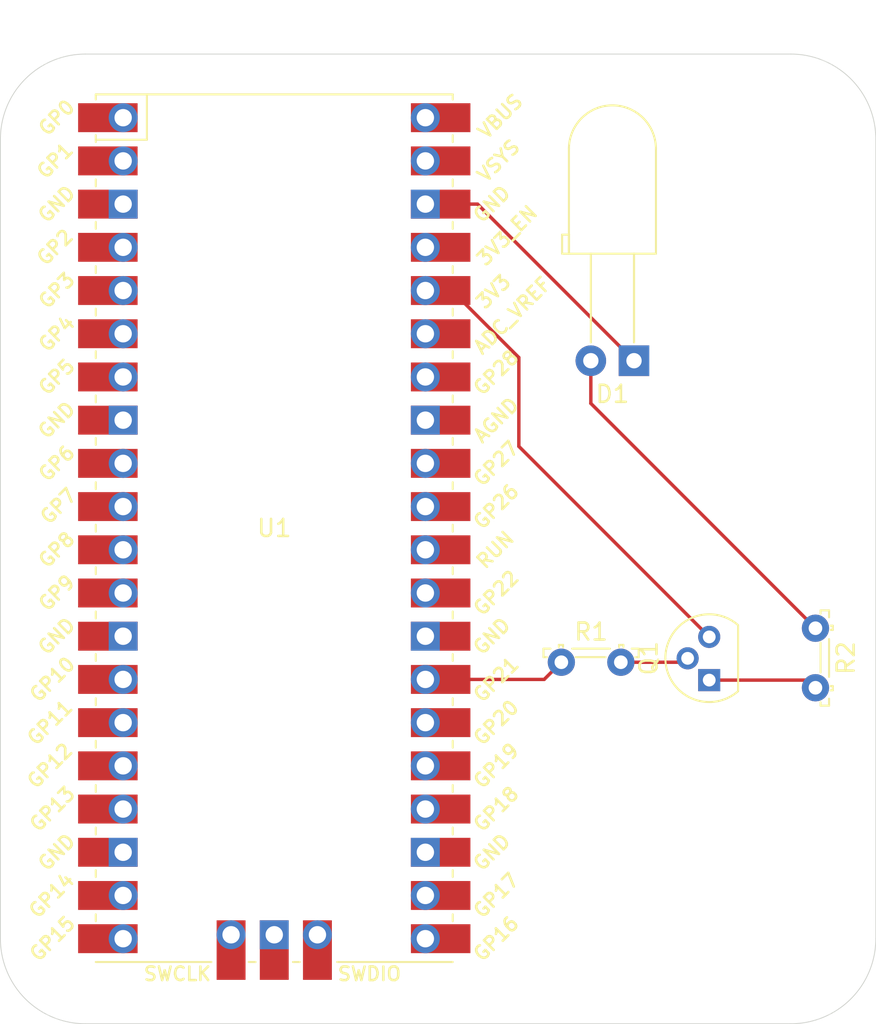
<source format=kicad_pcb>
(kicad_pcb (version 20240108) (generator "pcbnew") (generator_version "8.0")
  (layers (0 "F.Cu" signal) (31 "B.Cu" signal) (34 "B.Paste" user) (35 "F.Paste" user) (36 "B.SilkS" user "B.Silkscreen") (37 "F.SilkS" user "F.Silkscreen") (38 "B.Mask" user) (39 "F.Mask" user) (44 "Edge.Cuts" user))
  (net 0 "")
  (net 1 "Net-(D1-K)")
  (net 2 "Net-(D1-A)")
  (net 3 "Net-(Q1-B)")
  (net 4 "Net-(U1-GPIO21)")
  (net 44 "Net-(Q1-E)")
  (net 46 "Net-(Q1-C)")
  (footprint "MCU_RaspberryPi_and_Boards:RPi_Pico_SMD_TH" (layer "F.Cu") (at 104.61 124.87)
    (property "Reference" "U1" (at 0 0 0) (layer "F.SilkS"))
    (property "Value" "Pico")
    (fp_line (start -10.5 -25.5) (end -10.5 -25.2) (stroke (width 0.12)) (layer "F.SilkS"))
    (fp_line (start -10.5 -25.5) (end 10.5 -25.5) (stroke (width 0.12)) (layer "F.SilkS"))
    (fp_line (start -10.5 -23.1) (end -10.5 -22.7) (stroke (width 0.12)) (layer "F.SilkS"))
    (fp_line (start -10.5 -22.833) (end -7.493 -22.833) (stroke (width 0.12)) (layer "F.SilkS"))
    (fp_line (start -10.5 -20.5) (end -10.5 -20.1) (stroke (width 0.12)) (layer "F.SilkS"))
    (fp_line (start -10.5 -18) (end -10.5 -17.6) (stroke (width 0.12)) (layer "F.SilkS"))
    (fp_line (start -10.5 -15.4) (end -10.5 -15) (stroke (width 0.12)) (layer "F.SilkS"))
    (fp_line (start -10.5 -12.9) (end -10.5 -12.5) (stroke (width 0.12)) (layer "F.SilkS"))
    (fp_line (start -10.5 -10.4) (end -10.5 -10) (stroke (width 0.12)) (layer "F.SilkS"))
    (fp_line (start -10.5 -7.8) (end -10.5 -7.4) (stroke (width 0.12)) (layer "F.SilkS"))
    (fp_line (start -10.5 -5.3) (end -10.5 -4.9) (stroke (width 0.12)) (layer "F.SilkS"))
    (fp_line (start -10.5 -2.7) (end -10.5 -2.3) (stroke (width 0.12)) (layer "F.SilkS"))
    (fp_line (start -10.5 -0.2) (end -10.5 0.2) (stroke (width 0.12)) (layer "F.SilkS"))
    (fp_line (start -10.5 2.3) (end -10.5 2.7) (stroke (width 0.12)) (layer "F.SilkS"))
    (fp_line (start -10.5 4.9) (end -10.5 5.3) (stroke (width 0.12)) (layer "F.SilkS"))
    (fp_line (start -10.5 7.4) (end -10.5 7.8) (stroke (width 0.12)) (layer "F.SilkS"))
    (fp_line (start -10.5 10) (end -10.5 10.4) (stroke (width 0.12)) (layer "F.SilkS"))
    (fp_line (start -10.5 12.5) (end -10.5 12.9) (stroke (width 0.12)) (layer "F.SilkS"))
    (fp_line (start -10.5 15.1) (end -10.5 15.5) (stroke (width 0.12)) (layer "F.SilkS"))
    (fp_line (start -10.5 17.6) (end -10.5 18) (stroke (width 0.12)) (layer "F.SilkS"))
    (fp_line (start -10.5 20.1) (end -10.5 20.5) (stroke (width 0.12)) (layer "F.SilkS"))
    (fp_line (start -10.5 22.7) (end -10.5 23.1) (stroke (width 0.12)) (layer "F.SilkS"))
    (fp_line (start -7.493 -22.833) (end -7.493 -25.5) (stroke (width 0.12)) (layer "F.SilkS"))
    (fp_line (start -3.7 25.5) (end -10.5 25.5) (stroke (width 0.12)) (layer "F.SilkS"))
    (fp_line (start -1.5 25.5) (end -1.1 25.5) (stroke (width 0.12)) (layer "F.SilkS"))
    (fp_line (start 1.1 25.5) (end 1.5 25.5) (stroke (width 0.12)) (layer "F.SilkS"))
    (fp_line (start 10.5 -25.5) (end 10.5 -25.2) (stroke (width 0.12)) (layer "F.SilkS"))
    (fp_line (start 10.5 -23.1) (end 10.5 -22.7) (stroke (width 0.12)) (layer "F.SilkS"))
    (fp_line (start 10.5 -20.5) (end 10.5 -20.1) (stroke (width 0.12)) (layer "F.SilkS"))
    (fp_line (start 10.5 -18) (end 10.5 -17.6) (stroke (width 0.12)) (layer "F.SilkS"))
    (fp_line (start 10.5 -15.4) (end 10.5 -15) (stroke (width 0.12)) (layer "F.SilkS"))
    (fp_line (start 10.5 -12.9) (end 10.5 -12.5) (stroke (width 0.12)) (layer "F.SilkS"))
    (fp_line (start 10.5 -10.4) (end 10.5 -10) (stroke (width 0.12)) (layer "F.SilkS"))
    (fp_line (start 10.5 -7.8) (end 10.5 -7.4) (stroke (width 0.12)) (layer "F.SilkS"))
    (fp_line (start 10.5 -5.3) (end 10.5 -4.9) (stroke (width 0.12)) (layer "F.SilkS"))
    (fp_line (start 10.5 -2.7) (end 10.5 -2.3) (stroke (width 0.12)) (layer "F.SilkS"))
    (fp_line (start 10.5 -0.2) (end 10.5 0.2) (stroke (width 0.12)) (layer "F.SilkS"))
    (fp_line (start 10.5 2.3) (end 10.5 2.7) (stroke (width 0.12)) (layer "F.SilkS"))
    (fp_line (start 10.5 4.9) (end 10.5 5.3) (stroke (width 0.12)) (layer "F.SilkS"))
    (fp_line (start 10.5 7.4) (end 10.5 7.8) (stroke (width 0.12)) (layer "F.SilkS"))
    (fp_line (start 10.5 10) (end 10.5 10.4) (stroke (width 0.12)) (layer "F.SilkS"))
    (fp_line (start 10.5 12.5) (end 10.5 12.9) (stroke (width 0.12)) (layer "F.SilkS"))
    (fp_line (start 10.5 15.1) (end 10.5 15.5) (stroke (width 0.12)) (layer "F.SilkS"))
    (fp_line (start 10.5 17.6) (end 10.5 18) (stroke (width 0.12)) (layer "F.SilkS"))
    (fp_line (start 10.5 20.1) (end 10.5 20.5) (stroke (width 0.12)) (layer "F.SilkS"))
    (fp_line (start 10.5 22.7) (end 10.5 23.1) (stroke (width 0.12)) (layer "F.SilkS"))
    (fp_line (start 10.5 25.5) (end 3.7 25.5) (stroke (width 0.12)) (layer "F.SilkS"))
    (fp_text user "VBUS" (at 13.3 -24.2 45) (layer "F.SilkS") (effects (font (size 0.8 0.8))))
    (fp_text user "GP14" (at -13.1 21.59 45) (layer "F.SilkS") (effects (font (size 0.8 0.8))))
    (fp_text user "GP15" (at -13.054 24.13 45) (layer "F.SilkS") (effects (font (size 0.8 0.8))))
    (fp_text user "GP26" (at 13.054 -1.27 45) (layer "F.SilkS") (effects (font (size 0.8 0.8))))
    (fp_text user "GP27" (at 13.054 -3.8 45) (layer "F.SilkS") (effects (font (size 0.8 0.8))))
    (fp_text user "GP21" (at 13.054 8.9 45) (layer "F.SilkS") (effects (font (size 0.8 0.8))))
    (fp_text user "GND" (at 12.8 6.35 45) (layer "F.SilkS") (effects (font (size 0.8 0.8))))
    (fp_text user "GP28" (at 13.054 -9.144 45) (layer "F.SilkS") (effects (font (size 0.8 0.8))))
    (fp_text user "GP2" (at -12.9 -16.51 45) (layer "F.SilkS") (effects (font (size 0.8 0.8))))
    (fp_text user "GND" (at -12.8 6.35 45) (layer "F.SilkS") (effects (font (size 0.8 0.8))))
    (fp_text user "GP10" (at -13.054 8.89 45) (layer "F.SilkS") (effects (font (size 0.8 0.8))))
    (fp_text user "GP16" (at 13.054 24.13 45) (layer "F.SilkS") (effects (font (size 0.8 0.8))))
    (fp_text user "3V3_EN" (at 13.7 -17.2 45) (layer "F.SilkS") (effects (font (size 0.8 0.8))))
    (fp_text user "GP9" (at -12.8 3.81 45) (layer "F.SilkS") (effects (font (size 0.8 0.8))))
    (fp_text user "GND" (at -12.8 -6.35 45) (layer "F.SilkS") (effects (font (size 0.8 0.8))))
    (fp_text user "GP0" (at -12.8 -24.13 45) (layer "F.SilkS") (effects (font (size 0.8 0.8))))
    (fp_text user "SWCLK" (at -5.7 26.2 0) (layer "F.SilkS") (effects (font (size 0.8 0.8))))
    (fp_text user "GP5" (at -12.8 -8.89 45) (layer "F.SilkS") (effects (font (size 0.8 0.8))))
    (fp_text user "GP22" (at 13.054 3.81 45) (layer "F.SilkS") (effects (font (size 0.8 0.8))))
    (fp_text user "GP13" (at -13.054 16.51 45) (layer "F.SilkS") (effects (font (size 0.8 0.8))))
    (fp_text user "GND" (at 12.8 19.05 45) (layer "F.SilkS") (effects (font (size 0.8 0.8))))
    (fp_text user "GND" (at -12.8 -19.05 45) (layer "F.SilkS") (effects (font (size 0.8 0.8))))
    (fp_text user "GP12" (at -13.2 13.97 45) (layer "F.SilkS") (effects (font (size 0.8 0.8))))
    (fp_text user "GP4" (at -12.8 -11.43 45) (layer "F.SilkS") (effects (font (size 0.8 0.8))))
    (fp_text user "GP1" (at -12.9 -21.6 45) (layer "F.SilkS") (effects (font (size 0.8 0.8))))
    (fp_text user "GP7" (at -12.7 -1.3 45) (layer "F.SilkS") (effects (font (size 0.8 0.8))))
    (fp_text user "GP11" (at -13.2 11.43 45) (layer "F.SilkS") (effects (font (size 0.8 0.8))))
    (fp_text user "GP3" (at -12.8 -13.97 45) (layer "F.SilkS") (effects (font (size 0.8 0.8))))
    (fp_text user "3V3" (at 12.9 -13.9 45) (layer "F.SilkS") (effects (font (size 0.8 0.8))))
    (fp_text user "RUN" (at 13 1.27 45) (layer "F.SilkS") (effects (font (size 0.8 0.8))))
    (fp_text user "AGND" (at 13.054 -6.35 45) (layer "F.SilkS") (effects (font (size 0.8 0.8))))
    (fp_text user "GP8" (at -12.8 1.27 45) (layer "F.SilkS") (effects (font (size 0.8 0.8))))
    (fp_text user "GP6" (at -12.8 -3.81 45) (layer "F.SilkS") (effects (font (size 0.8 0.8))))
    (fp_text user "GP20" (at 13.054 11.43 45) (layer "F.SilkS") (effects (font (size 0.8 0.8))))
    (fp_text user "GP19" (at 13.054 13.97 45) (layer "F.SilkS") (effects (font (size 0.8 0.8))))
    (fp_text user "GP18" (at 13.054 16.51 45) (layer "F.SilkS") (effects (font (size 0.8 0.8))))
    (fp_text user "ADC_VREF" (at 14 -12.5 45) (layer "F.SilkS") (effects (font (size 0.8 0.8))))
    (fp_text user "VSYS" (at 13.2 -21.59 45) (layer "F.SilkS") (effects (font (size 0.8 0.8))))
    (fp_text user "GND" (at -12.8 19.05 45) (layer "F.SilkS") (effects (font (size 0.8 0.8))))
    (fp_text user "SWDIO" (at 5.6 26.2 0) (layer "F.SilkS") (effects (font (size 0.8 0.8))))
    (fp_text user "GP17" (at 13.054 21.59 45) (layer "F.SilkS") (effects (font (size 0.8 0.8))))
    (fp_text user "GND" (at 12.8 -19.05 45) (layer "F.SilkS") (effects (font (size 0.8 0.8))))
    (pad "" np_thru_hole oval (at -2.725 -24) (size 1.8 1.8) (drill 1.8) (layers "*.Cu" "*.Mask"))
    (pad "" np_thru_hole oval (at -2.425 -20.97) (size 1.5 1.5) (drill 1.5) (layers "*.Cu" "*.Mask"))
    (pad "" np_thru_hole oval (at 2.425 -20.97) (size 1.5 1.5) (drill 1.5) (layers "*.Cu" "*.Mask"))
    (pad "" np_thru_hole oval (at 2.725 -24) (size 1.8 1.8) (drill 1.8) (layers "*.Cu" "*.Mask"))
    (pad "1" thru_hole oval (at -8.89 -24.13) (size 1.7 1.7) (drill 1.02) (layers "*.Cu" "*.Mask"))
    (pad "1" smd rect (at -8.89 -24.13) (size 3.5 1.7) (drill (offset -0.9 0)) (layers "F.Cu" "F.Mask"))
    (pad "2" thru_hole oval (at -8.89 -21.59) (size 1.7 1.7) (drill 1.02) (layers "*.Cu" "*.Mask"))
    (pad "2" smd rect (at -8.89 -21.59) (size 3.5 1.7) (drill (offset -0.9 0)) (layers "F.Cu" "F.Mask"))
    (pad "3" thru_hole rect (at -8.89 -19.05) (size 1.7 1.7) (drill 1.02) (layers "*.Cu" "*.Mask"))
    (pad "3" smd rect (at -8.89 -19.05) (size 3.5 1.7) (drill (offset -0.9 0)) (layers "F.Cu" "F.Mask"))
    (pad "4" thru_hole oval (at -8.89 -16.51) (size 1.7 1.7) (drill 1.02) (layers "*.Cu" "*.Mask"))
    (pad "4" smd rect (at -8.89 -16.51) (size 3.5 1.7) (drill (offset -0.9 0)) (layers "F.Cu" "F.Mask"))
    (pad "5" thru_hole oval (at -8.89 -13.97) (size 1.7 1.7) (drill 1.02) (layers "*.Cu" "*.Mask"))
    (pad "5" smd rect (at -8.89 -13.97) (size 3.5 1.7) (drill (offset -0.9 0)) (layers "F.Cu" "F.Mask"))
    (pad "6" thru_hole oval (at -8.89 -11.43) (size 1.7 1.7) (drill 1.02) (layers "*.Cu" "*.Mask"))
    (pad "6" smd rect (at -8.89 -11.43) (size 3.5 1.7) (drill (offset -0.9 0)) (layers "F.Cu" "F.Mask"))
    (pad "7" thru_hole oval (at -8.89 -8.89) (size 1.7 1.7) (drill 1.02) (layers "*.Cu" "*.Mask"))
    (pad "7" smd rect (at -8.89 -8.89) (size 3.5 1.7) (drill (offset -0.9 0)) (layers "F.Cu" "F.Mask"))
    (pad "8" thru_hole rect (at -8.89 -6.35) (size 1.7 1.7) (drill 1.02) (layers "*.Cu" "*.Mask"))
    (pad "8" smd rect (at -8.89 -6.35) (size 3.5 1.7) (drill (offset -0.9 0)) (layers "F.Cu" "F.Mask"))
    (pad "9" thru_hole oval (at -8.89 -3.81) (size 1.7 1.7) (drill 1.02) (layers "*.Cu" "*.Mask"))
    (pad "9" smd rect (at -8.89 -3.81) (size 3.5 1.7) (drill (offset -0.9 0)) (layers "F.Cu" "F.Mask"))
    (pad "10" thru_hole oval (at -8.89 -1.27) (size 1.7 1.7) (drill 1.02) (layers "*.Cu" "*.Mask"))
    (pad "10" smd rect (at -8.89 -1.27) (size 3.5 1.7) (drill (offset -0.9 0)) (layers "F.Cu" "F.Mask"))
    (pad "11" thru_hole oval (at -8.89 1.27) (size 1.7 1.7) (drill 1.02) (layers "*.Cu" "*.Mask"))
    (pad "11" smd rect (at -8.89 1.27) (size 3.5 1.7) (drill (offset -0.9 0)) (layers "F.Cu" "F.Mask"))
    (pad "12" thru_hole oval (at -8.89 3.81) (size 1.7 1.7) (drill 1.02) (layers "*.Cu" "*.Mask"))
    (pad "12" smd rect (at -8.89 3.81) (size 3.5 1.7) (drill (offset -0.9 0)) (layers "F.Cu" "F.Mask"))
    (pad "13" thru_hole rect (at -8.89 6.35) (size 1.7 1.7) (drill 1.02) (layers "*.Cu" "*.Mask"))
    (pad "13" smd rect (at -8.89 6.35) (size 3.5 1.7) (drill (offset -0.9 0)) (layers "F.Cu" "F.Mask"))
    (pad "14" thru_hole oval (at -8.89 8.89) (size 1.7 1.7) (drill 1.02) (layers "*.Cu" "*.Mask"))
    (pad "14" smd rect (at -8.89 8.89) (size 3.5 1.7) (drill (offset -0.9 0)) (layers "F.Cu" "F.Mask"))
    (pad "15" thru_hole oval (at -8.89 11.43) (size 1.7 1.7) (drill 1.02) (layers "*.Cu" "*.Mask"))
    (pad "15" smd rect (at -8.89 11.43) (size 3.5 1.7) (drill (offset -0.9 0)) (layers "F.Cu" "F.Mask"))
    (pad "16" thru_hole oval (at -8.89 13.97) (size 1.7 1.7) (drill 1.02) (layers "*.Cu" "*.Mask"))
    (pad "16" smd rect (at -8.89 13.97) (size 3.5 1.7) (drill (offset -0.9 0)) (layers "F.Cu" "F.Mask"))
    (pad "17" thru_hole oval (at -8.89 16.51) (size 1.7 1.7) (drill 1.02) (layers "*.Cu" "*.Mask"))
    (pad "17" smd rect (at -8.89 16.51) (size 3.5 1.7) (drill (offset -0.9 0)) (layers "F.Cu" "F.Mask"))
    (pad "18" thru_hole rect (at -8.89 19.05) (size 1.7 1.7) (drill 1.02) (layers "*.Cu" "*.Mask"))
    (pad "18" smd rect (at -8.89 19.05) (size 3.5 1.7) (drill (offset -0.9 0)) (layers "F.Cu" "F.Mask"))
    (pad "19" thru_hole oval (at -8.89 21.59) (size 1.7 1.7) (drill 1.02) (layers "*.Cu" "*.Mask"))
    (pad "19" smd rect (at -8.89 21.59) (size 3.5 1.7) (drill (offset -0.9 0)) (layers "F.Cu" "F.Mask"))
    (pad "20" thru_hole oval (at -8.89 24.13) (size 1.7 1.7) (drill 1.02) (layers "*.Cu" "*.Mask"))
    (pad "20" smd rect (at -8.89 24.13) (size 3.5 1.7) (drill (offset -0.9 0)) (layers "F.Cu" "F.Mask"))
    (pad "21" thru_hole oval (at 8.89 24.13) (size 1.7 1.7) (drill 1.02) (layers "*.Cu" "*.Mask"))
    (pad "21" smd rect (at 8.89 24.13) (size 3.5 1.7) (drill (offset 0.9 0)) (layers "F.Cu" "F.Mask"))
    (pad "22" thru_hole oval (at 8.89 21.59) (size 1.7 1.7) (drill 1.02) (layers "*.Cu" "*.Mask"))
    (pad "22" smd rect (at 8.89 21.59) (size 3.5 1.7) (drill (offset 0.9 0)) (layers "F.Cu" "F.Mask"))
    (pad "23" thru_hole rect (at 8.89 19.05) (size 1.7 1.7) (drill 1.02) (layers "*.Cu" "*.Mask"))
    (pad "23" smd rect (at 8.89 19.05) (size 3.5 1.7) (drill (offset 0.9 0)) (layers "F.Cu" "F.Mask"))
    (pad "24" thru_hole oval (at 8.89 16.51) (size 1.7 1.7) (drill 1.02) (layers "*.Cu" "*.Mask"))
    (pad "24" smd rect (at 8.89 16.51) (size 3.5 1.7) (drill (offset 0.9 0)) (layers "F.Cu" "F.Mask"))
    (pad "25" thru_hole oval (at 8.89 13.97) (size 1.7 1.7) (drill 1.02) (layers "*.Cu" "*.Mask"))
    (pad "25" smd rect (at 8.89 13.97) (size 3.5 1.7) (drill (offset 0.9 0)) (layers "F.Cu" "F.Mask"))
    (pad "26" thru_hole oval (at 8.89 11.43) (size 1.7 1.7) (drill 1.02) (layers "*.Cu" "*.Mask"))
    (pad "26" smd rect (at 8.89 11.43) (size 3.5 1.7) (drill (offset 0.9 0)) (layers "F.Cu" "F.Mask"))
    (pad "27" thru_hole oval (at 8.89 8.89) (size 1.7 1.7) (drill 1.02) (layers "*.Cu" "*.Mask") (net 4 "Net-(U1-GPIO21)"))
    (pad "27" smd rect (at 8.89 8.89) (size 3.5 1.7) (drill (offset 0.9 0)) (layers "F.Cu" "F.Mask") (net 4 "Net-(U1-GPIO21)"))
    (pad "28" thru_hole rect (at 8.89 6.35) (size 1.7 1.7) (drill 1.02) (layers "*.Cu" "*.Mask"))
    (pad "28" smd rect (at 8.89 6.35) (size 3.5 1.7) (drill (offset 0.9 0)) (layers "F.Cu" "F.Mask"))
    (pad "29" thru_hole oval (at 8.89 3.81) (size 1.7 1.7) (drill 1.02) (layers "*.Cu" "*.Mask"))
    (pad "29" smd rect (at 8.89 3.81) (size 3.5 1.7) (drill (offset 0.9 0)) (layers "F.Cu" "F.Mask"))
    (pad "30" thru_hole oval (at 8.89 1.27) (size 1.7 1.7) (drill 1.02) (layers "*.Cu" "*.Mask"))
    (pad "30" smd rect (at 8.89 1.27) (size 3.5 1.7) (drill (offset 0.9 0)) (layers "F.Cu" "F.Mask"))
    (pad "31" thru_hole oval (at 8.89 -1.27) (size 1.7 1.7) (drill 1.02) (layers "*.Cu" "*.Mask"))
    (pad "31" smd rect (at 8.89 -1.27) (size 3.5 1.7) (drill (offset 0.9 0)) (layers "F.Cu" "F.Mask"))
    (pad "32" thru_hole oval (at 8.89 -3.81) (size 1.7 1.7) (drill 1.02) (layers "*.Cu" "*.Mask"))
    (pad "32" smd rect (at 8.89 -3.81) (size 3.5 1.7) (drill (offset 0.9 0)) (layers "F.Cu" "F.Mask"))
    (pad "33" thru_hole rect (at 8.89 -6.35) (size 1.7 1.7) (drill 1.02) (layers "*.Cu" "*.Mask"))
    (pad "33" smd rect (at 8.89 -6.35) (size 3.5 1.7) (drill (offset 0.9 0)) (layers "F.Cu" "F.Mask"))
    (pad "34" thru_hole oval (at 8.89 -8.89) (size 1.7 1.7) (drill 1.02) (layers "*.Cu" "*.Mask"))
    (pad "34" smd rect (at 8.89 -8.89) (size 3.5 1.7) (drill (offset 0.9 0)) (layers "F.Cu" "F.Mask"))
    (pad "35" thru_hole oval (at 8.89 -11.43) (size 1.7 1.7) (drill 1.02) (layers "*.Cu" "*.Mask"))
    (pad "35" smd rect (at 8.89 -11.43) (size 3.5 1.7) (drill (offset 0.9 0)) (layers "F.Cu" "F.Mask"))
    (pad "36" thru_hole oval (at 8.89 -13.97) (size 1.7 1.7) (drill 1.02) (layers "*.Cu" "*.Mask") (net 46 "Net-(Q1-C)"))
    (pad "36" smd rect (at 8.89 -13.97) (size 3.5 1.7) (drill (offset 0.9 0)) (layers "F.Cu" "F.Mask") (net 46 "Net-(Q1-C)"))
    (pad "37" thru_hole oval (at 8.89 -16.51) (size 1.7 1.7) (drill 1.02) (layers "*.Cu" "*.Mask"))
    (pad "37" smd rect (at 8.89 -16.51) (size 3.5 1.7) (drill (offset 0.9 0)) (layers "F.Cu" "F.Mask"))
    (pad "38" thru_hole rect (at 8.89 -19.05) (size 1.7 1.7) (drill 1.02) (layers "*.Cu" "*.Mask") (net 1 "Net-(D1-K)"))
    (pad "38" smd rect (at 8.89 -19.05) (size 3.5 1.7) (drill (offset 0.9 0)) (layers "F.Cu" "F.Mask") (net 1 "Net-(D1-K)"))
    (pad "39" thru_hole oval (at 8.89 -21.59) (size 1.7 1.7) (drill 1.02) (layers "*.Cu" "*.Mask"))
    (pad "39" smd rect (at 8.89 -21.59) (size 3.5 1.7) (drill (offset 0.9 0)) (layers "F.Cu" "F.Mask"))
    (pad "40" thru_hole oval (at 8.89 -24.13) (size 1.7 1.7) (drill 1.02) (layers "*.Cu" "*.Mask"))
    (pad "40" smd rect (at 8.89 -24.13) (size 3.5 1.7) (drill (offset 0.9 0)) (layers "F.Cu" "F.Mask"))
    (pad "41" thru_hole oval (at -2.54 23.9) (size 1.7 1.7) (drill 1.02) (layers "*.Cu" "*.Mask"))
    (pad "41" smd rect (at -2.54 23.9 90) (size 3.5 1.7) (drill (offset -0.9 0)) (layers "F.Cu" "F.Mask"))
    (pad "42" thru_hole rect (at 0 23.9) (size 1.7 1.7) (drill 1.02) (layers "*.Cu" "*.Mask"))
    (pad "42" smd rect (at 0 23.9 90) (size 3.5 1.7) (drill (offset -0.9 0)) (layers "F.Cu" "F.Mask"))
    (pad "43" thru_hole oval (at 2.54 23.9) (size 1.7 1.7) (drill 1.02) (layers "*.Cu" "*.Mask"))
    (pad "43" smd rect (at 2.54 23.9 90) (size 3.5 1.7) (drill (offset -0.9 0)) (layers "F.Cu" "F.Mask"))
  )
  (footprint "OptoDevice:R_LDR_5.2x5.2mm_P3.5mm_Horizontal" (layer "F.Cu") (at 121.5 132.75)
    (property "Reference" "R1" (at 1.75 -1.79 360) (layer "F.SilkS"))
    (property "Value" "1K")
    (fp_line (start -1.05 -0.8) (end -1.05 -0.3) (stroke (width 0.12)) (layer "F.SilkS"))
    (fp_line (start -1.05 -0.3) (end -0.85 -0.3) (stroke (width 0.12)) (layer "F.SilkS"))
    (fp_line (start -0.64 -0.8) (end -1.05 -0.8) (stroke (width 0.12)) (layer "F.SilkS"))
    (fp_line (start -0.15 -1.02) (end -0.15 -0.89) (stroke (width 0.12)) (layer "F.SilkS"))
    (fp_line (start -0.15 -1.02) (end 0.1 -1.02) (stroke (width 0.12)) (layer "F.SilkS"))
    (fp_line (start 0.1 -1.02) (end 0.1 -0.89) (stroke (width 0.12)) (layer "F.SilkS"))
    (fp_line (start 0.85 -0.3) (end 2.6 -0.3) (stroke (width 0.12)) (layer "F.SilkS"))
    (fp_line (start 2.86 -0.8) (end 0.64 -0.8) (stroke (width 0.12)) (layer "F.SilkS"))
    (fp_line (start 3.4 -1.02) (end 3.4 -0.89) (stroke (width 0.12)) (layer "F.SilkS"))
    (fp_line (start 3.4 -1.02) (end 3.65 -1.02) (stroke (width 0.12)) (layer "F.SilkS"))
    (fp_line (start 3.65 -1.02) (end 3.65 -0.89) (stroke (width 0.12)) (layer "F.SilkS"))
    (fp_line (start 4.35 -0.3) (end 4.55 -0.3) (stroke (width 0.12)) (layer "F.SilkS"))
    (fp_line (start 4.55 -0.8) (end 4.14 -0.8) (stroke (width 0.12)) (layer "F.SilkS"))
    (fp_line (start 4.55 -0.3) (end 4.55 -0.8) (stroke (width 0.12)) (layer "F.SilkS"))
    (pad "1" thru_hole circle (at 0 0) (size 1.6 1.6) (drill 0.8) (layers "*.Cu" "*.Mask") (net 4 "Net-(U1-GPIO21)"))
    (pad "2" thru_hole circle (at 3.5 0) (size 1.6 1.6) (drill 0.8) (layers "*.Cu" "*.Mask") (net 3 "Net-(Q1-B)"))
  )
  (footprint "LED_THT:LED_D5.0mm_Horizontal_O6.35mm_Z15.0mm" (layer "F.Cu") (at 125.775 115.025 180)
    (property "Reference" "D1" (at 1.27 -1.96 180) (layer "F.SilkS"))
    (property "Value" "LED")
    (fp_line (start 4.23 7.41) (end 3.83 7.41) (stroke (width 0.12)) (layer "F.SilkS"))
    (fp_line (start 4.23 6.29) (end 4.23 7.41) (stroke (width 0.12)) (layer "F.SilkS"))
    (fp_line (start 3.83 7.41) (end 3.83 6.29) (stroke (width 0.12)) (layer "F.SilkS"))
    (fp_line (start 3.83 6.29) (end 4.23 6.29) (stroke (width 0.12)) (layer "F.SilkS"))
    (fp_line (start 3.83 6.29) (end 3.83 12.45) (stroke (width 0.12)) (layer "F.SilkS"))
    (fp_line (start 2.54 6.29) (end 2.54 6.29) (stroke (width 0.12)) (layer "F.SilkS"))
    (fp_line (start 2.54 6.29) (end 2.54 1.08) (stroke (width 0.12)) (layer "F.SilkS"))
    (fp_line (start 2.54 1.08) (end 2.54 6.29) (stroke (width 0.12)) (layer "F.SilkS"))
    (fp_line (start 2.54 1.08) (end 2.54 1.08) (stroke (width 0.12)) (layer "F.SilkS"))
    (fp_line (start 0 6.29) (end 0 6.29) (stroke (width 0.12)) (layer "F.SilkS"))
    (fp_line (start 0 6.29) (end 0 1.08) (stroke (width 0.12)) (layer "F.SilkS"))
    (fp_line (start 0 1.08) (end 0 6.29) (stroke (width 0.12)) (layer "F.SilkS"))
    (fp_line (start 0 1.08) (end 0 1.08) (stroke (width 0.12)) (layer "F.SilkS"))
    (fp_line (start -1.29 6.29) (end 3.83 6.29) (stroke (width 0.12)) (layer "F.SilkS"))
    (fp_line (start -1.29 6.29) (end -1.29 12.45) (stroke (width 0.12)) (layer "F.SilkS"))
    (fp_arc (start 3.83 12.45) (mid 1.27 15.01) (end -1.29 12.45) (stroke (width 0.12)) (layer "F.SilkS"))
    (pad "1" thru_hole rect (at 0 0 180) (size 1.8 1.8) (drill 0.9) (layers "*.Cu" "*.Mask") (net 1 "Net-(D1-K)"))
    (pad "2" thru_hole circle (at 2.54 0 180) (size 1.8 1.8) (drill 0.9) (layers "*.Cu" "*.Mask") (net 2 "Net-(D1-A)"))
  )
  (footprint "OptoDevice:R_LDR_5.2x5.2mm_P3.5mm_Horizontal" (layer "F.Cu") (at 136.45 130.75 -90)
    (property "Reference" "R2" (at 1.75 -1.79 90) (layer "F.SilkS"))
    (property "Value" "220")
    (fp_line (start -1.05 -0.3) (end -0.85 -0.3) (stroke (width 0.12)) (layer "F.SilkS"))
    (fp_line (start 0.85 -0.3) (end 2.6 -0.3) (stroke (width 0.12)) (layer "F.SilkS"))
    (fp_line (start 4.35 -0.3) (end 4.55 -0.3) (stroke (width 0.12)) (layer "F.SilkS"))
    (fp_line (start 4.55 -0.3) (end 4.55 -0.8) (stroke (width 0.12)) (layer "F.SilkS"))
    (fp_line (start -1.05 -0.8) (end -1.05 -0.3) (stroke (width 0.12)) (layer "F.SilkS"))
    (fp_line (start -0.64 -0.8) (end -1.05 -0.8) (stroke (width 0.12)) (layer "F.SilkS"))
    (fp_line (start 2.86 -0.8) (end 0.64 -0.8) (stroke (width 0.12)) (layer "F.SilkS"))
    (fp_line (start 4.55 -0.8) (end 4.14 -0.8) (stroke (width 0.12)) (layer "F.SilkS"))
    (fp_line (start -0.15 -1.02) (end -0.15 -0.89) (stroke (width 0.12)) (layer "F.SilkS"))
    (fp_line (start -0.15 -1.02) (end 0.1 -1.02) (stroke (width 0.12)) (layer "F.SilkS"))
    (fp_line (start 0.1 -1.02) (end 0.1 -0.89) (stroke (width 0.12)) (layer "F.SilkS"))
    (fp_line (start 3.4 -1.02) (end 3.4 -0.89) (stroke (width 0.12)) (layer "F.SilkS"))
    (fp_line (start 3.4 -1.02) (end 3.65 -1.02) (stroke (width 0.12)) (layer "F.SilkS"))
    (fp_line (start 3.65 -1.02) (end 3.65 -0.89) (stroke (width 0.12)) (layer "F.SilkS"))
    (pad "1" thru_hole circle (at 0 0 270) (size 1.6 1.6) (drill 0.8) (layers "*.Cu" "*.Mask") (net 2 "Net-(D1-A)"))
    (pad "2" thru_hole circle (at 3.5 0 270) (size 1.6 1.6) (drill 0.8) (layers "*.Cu" "*.Mask") (net 44 "Net-(Q1-E)"))
  )
  (footprint "Package_TO_SOT_THT:TO-92L" (layer "F.Cu") (at 130.2 133.8 90)
    (property "Reference" "Q1" (at 1.29 -3.56 270) (layer "F.SilkS"))
    (property "Value" "BC107")
    (fp_line (start -0.65 1.7) (end 3.2 1.7) (stroke (width 0.12)) (layer "F.SilkS"))
    (fp_arc (start -0.65 1.7) (mid 1.283448 -2.579449) (end 3.238611 1.690122) (stroke (width 0.12)) (layer "F.SilkS"))
    (pad "1" thru_hole rect (at 0 0 90) (size 1.3 1.3) (drill 0.75) (layers "*.Cu" "*.Mask") (net 44 "Net-(Q1-E)"))
    (pad "2" thru_hole circle (at 1.28 -1.27 90) (size 1.3 1.3) (drill 0.75) (layers "*.Cu" "*.Mask") (net 3 "Net-(Q1-B)"))
    (pad "3" thru_hole circle (at 2.54 0 90) (size 1.3 1.3) (drill 0.75) (layers "*.Cu" "*.Mask") (net 46 "Net-(Q1-C)"))
  )
  (gr_arc (start 93.5 154) (mid 89.964466 152.535534) (end 88.5 149) (stroke (width 0.05)) (layer "Edge.Cuts"))
  (gr_arc (start 88.5 102) (mid 89.964466 98.464466) (end 93.5 97) (stroke (width 0.05)) (layer "Edge.Cuts"))
  (gr_line (start 140 102) (end 140 149) (stroke (width 0.05)) (layer "Edge.Cuts"))
  (gr_arc (start 135 97) (mid 138.535534 98.464466) (end 140 102) (stroke (width 0.05)) (layer "Edge.Cuts"))
  (gr_arc (start 140 149) (mid 138.535534 152.535534) (end 135 154) (stroke (width 0.05)) (layer "Edge.Cuts"))
  (gr_line (start 88.5 149) (end 88.5 102) (stroke (width 0.05)) (layer "Edge.Cuts"))
  (gr_line (start 93.5 97) (end 135 97) (stroke (width 0.05)) (layer "Edge.Cuts"))
  (gr_line (start 135 154) (end 93.5 154) (stroke (width 0.05)) (layer "Edge.Cuts"))
  (segment (start 116.57 105.82) (end 125.775 115.025) (width 0.2) (layer "F.Cu") (net 1))
  (segment (start 113.5 105.82) (end 116.57 105.82) (width 0.2) (layer "F.Cu") (net 1))
  (segment (start 123.235 117.535) (end 136.45 130.75) (width 0.2) (layer "F.Cu") (net 2))
  (segment (start 123.235 115.025) (end 123.235 117.535) (width 0.2) (layer "F.Cu") (net 2))
  (segment (start 128.7 132.75) (end 128.93 132.52) (width 0.2) (layer "F.Cu") (net 3))
  (segment (start 125 132.75) (end 128.7 132.75) (width 0.2) (layer "F.Cu") (net 3))
  (segment (start 120.49 133.76) (end 121.5 132.75) (width 0.2) (layer "F.Cu") (net 4))
  (segment (start 113.5 133.76) (end 120.49 133.76) (width 0.2) (layer "F.Cu") (net 4))
  (segment (start 136 133.8) (end 136.45 134.25) (width 0.2) (layer "F.Cu") (net 44))
  (segment (start 130.2 133.8) (end 136 133.8) (width 0.2) (layer "F.Cu") (net 44))
  (segment (start 119 120.06) (end 119 114.84) (width 0.2) (layer "F.Cu") (net 46))
  (segment (start 119 114.84) (end 115.06 110.9) (width 0.2) (layer "F.Cu") (net 46))
  (segment (start 115.06 110.9) (end 113.5 110.9) (width 0.2) (layer "F.Cu") (net 46))
  (segment (start 130.2 131.26) (end 119 120.06) (width 0.2) (layer "F.Cu") (net 46))
)
</source>
